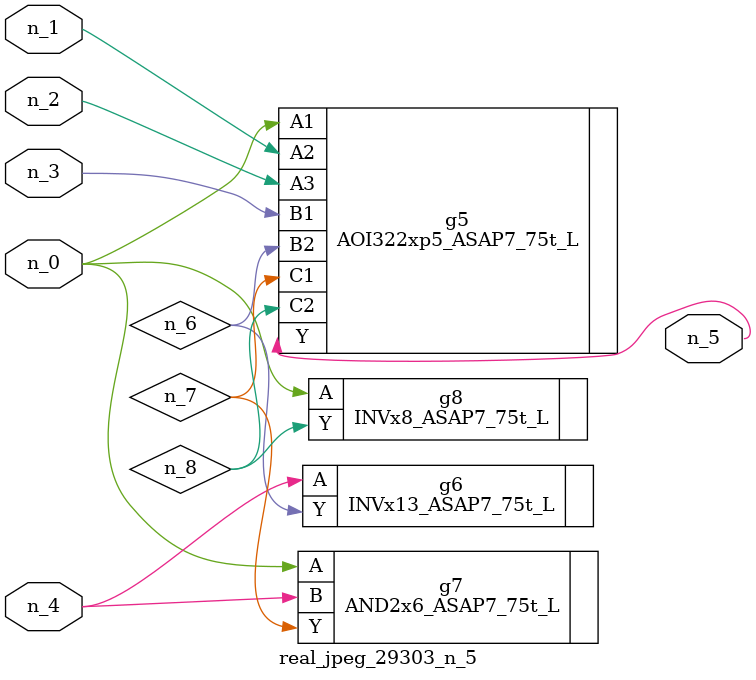
<source format=v>
module real_jpeg_29303_n_5 (n_4, n_0, n_1, n_2, n_3, n_5);

input n_4;
input n_0;
input n_1;
input n_2;
input n_3;

output n_5;

wire n_8;
wire n_6;
wire n_7;

AOI322xp5_ASAP7_75t_L g5 ( 
.A1(n_0),
.A2(n_1),
.A3(n_2),
.B1(n_3),
.B2(n_6),
.C1(n_7),
.C2(n_8),
.Y(n_5)
);

AND2x6_ASAP7_75t_L g7 ( 
.A(n_0),
.B(n_4),
.Y(n_7)
);

INVx8_ASAP7_75t_L g8 ( 
.A(n_0),
.Y(n_8)
);

INVx13_ASAP7_75t_L g6 ( 
.A(n_4),
.Y(n_6)
);


endmodule
</source>
